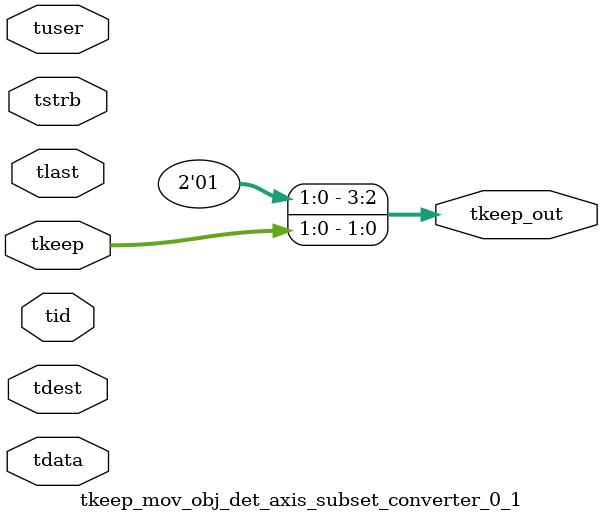
<source format=v>


`timescale 1ps/1ps

module tkeep_mov_obj_det_axis_subset_converter_0_1 #
(
parameter C_S_AXIS_TDATA_WIDTH = 32,
parameter C_S_AXIS_TUSER_WIDTH = 0,
parameter C_S_AXIS_TID_WIDTH   = 0,
parameter C_S_AXIS_TDEST_WIDTH = 0,
parameter C_M_AXIS_TDATA_WIDTH = 32
)
(
input  [(C_S_AXIS_TDATA_WIDTH == 0 ? 1 : C_S_AXIS_TDATA_WIDTH)-1:0     ] tdata,
input  [(C_S_AXIS_TUSER_WIDTH == 0 ? 1 : C_S_AXIS_TUSER_WIDTH)-1:0     ] tuser,
input  [(C_S_AXIS_TID_WIDTH   == 0 ? 1 : C_S_AXIS_TID_WIDTH)-1:0       ] tid,
input  [(C_S_AXIS_TDEST_WIDTH == 0 ? 1 : C_S_AXIS_TDEST_WIDTH)-1:0     ] tdest,
input  [(C_S_AXIS_TDATA_WIDTH/8)-1:0 ] tkeep,
input  [(C_S_AXIS_TDATA_WIDTH/8)-1:0 ] tstrb,
input                                                                    tlast,
output [(C_M_AXIS_TDATA_WIDTH/8)-1:0 ] tkeep_out
);

assign tkeep_out = {1'b1,tkeep[1:0]};

endmodule


</source>
